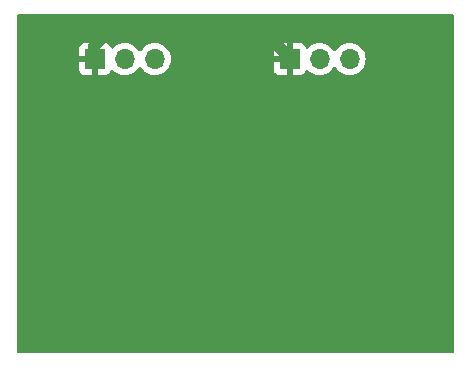
<source format=gbr>
%TF.GenerationSoftware,KiCad,Pcbnew,8.0.1*%
%TF.CreationDate,2024-07-13T23:12:29+02:00*%
%TF.ProjectId,SignalsPort,5369676e-616c-4735-906f-72742e6b6963,rev?*%
%TF.SameCoordinates,Original*%
%TF.FileFunction,Copper,L2,Bot*%
%TF.FilePolarity,Positive*%
%FSLAX46Y46*%
G04 Gerber Fmt 4.6, Leading zero omitted, Abs format (unit mm)*
G04 Created by KiCad (PCBNEW 8.0.1) date 2024-07-13 23:12:29*
%MOMM*%
%LPD*%
G01*
G04 APERTURE LIST*
%TA.AperFunction,ComponentPad*%
%ADD10R,1.700000X1.700000*%
%TD*%
%TA.AperFunction,ComponentPad*%
%ADD11O,1.700000X1.700000*%
%TD*%
%TA.AperFunction,Conductor*%
%ADD12C,1.000000*%
%TD*%
G04 APERTURE END LIST*
D10*
%TO.P,J2,1,Pin_1*%
%TO.N,GNDREF*%
X123175000Y-90575000D03*
D11*
%TO.P,J2,2,Pin_2*%
%TO.N,+6V*%
X125715000Y-90575000D03*
%TO.P,J2,3,Pin_3*%
%TO.N,Net-(J2-Pin_3)*%
X128255000Y-90575000D03*
%TD*%
D10*
%TO.P,J1,1,Pin_1*%
%TO.N,GNDREF*%
X139675000Y-90575000D03*
D11*
%TO.P,J1,2,Pin_2*%
%TO.N,+6V*%
X142215000Y-90575000D03*
%TO.P,J1,3,Pin_3*%
%TO.N,Net-(J1-Pin_3)*%
X144755000Y-90575000D03*
%TD*%
D12*
%TO.N,GNDREF*%
X123120000Y-90300000D02*
X123120000Y-89480000D01*
X123120000Y-89480000D02*
X124800000Y-87800000D01*
X139675000Y-90475000D02*
X139675000Y-90575000D01*
X124800000Y-87800000D02*
X137000000Y-87800000D01*
X137000000Y-87800000D02*
X139675000Y-90475000D01*
%TD*%
%TA.AperFunction,Conductor*%
%TO.N,GNDREF*%
G36*
X153542539Y-86820185D02*
G01*
X153588294Y-86872989D01*
X153599500Y-86924500D01*
X153599500Y-115375500D01*
X153579815Y-115442539D01*
X153527011Y-115488294D01*
X153475500Y-115499500D01*
X116724500Y-115499500D01*
X116657461Y-115479815D01*
X116611706Y-115427011D01*
X116600500Y-115375500D01*
X116600500Y-91472844D01*
X121825000Y-91472844D01*
X121831401Y-91532372D01*
X121831403Y-91532379D01*
X121881645Y-91667086D01*
X121881649Y-91667093D01*
X121967809Y-91782187D01*
X121967812Y-91782190D01*
X122082906Y-91868350D01*
X122082913Y-91868354D01*
X122217620Y-91918596D01*
X122217627Y-91918598D01*
X122277155Y-91924999D01*
X122277172Y-91925000D01*
X122925000Y-91925000D01*
X122925000Y-91008012D01*
X122982007Y-91040925D01*
X123109174Y-91075000D01*
X123240826Y-91075000D01*
X123367993Y-91040925D01*
X123425000Y-91008012D01*
X123425000Y-91925000D01*
X124072828Y-91925000D01*
X124072844Y-91924999D01*
X124132372Y-91918598D01*
X124132379Y-91918596D01*
X124267086Y-91868354D01*
X124267093Y-91868350D01*
X124382187Y-91782190D01*
X124382190Y-91782187D01*
X124468350Y-91667093D01*
X124468354Y-91667086D01*
X124517422Y-91535529D01*
X124559293Y-91479595D01*
X124624757Y-91455178D01*
X124693030Y-91470030D01*
X124721285Y-91491181D01*
X124843599Y-91613495D01*
X124920135Y-91667086D01*
X125037165Y-91749032D01*
X125037167Y-91749033D01*
X125037170Y-91749035D01*
X125251337Y-91848903D01*
X125479592Y-91910063D01*
X125650319Y-91925000D01*
X125714999Y-91930659D01*
X125715000Y-91930659D01*
X125715001Y-91930659D01*
X125779681Y-91925000D01*
X125950408Y-91910063D01*
X126178663Y-91848903D01*
X126392830Y-91749035D01*
X126586401Y-91613495D01*
X126753495Y-91446401D01*
X126883425Y-91260842D01*
X126938002Y-91217217D01*
X127007500Y-91210023D01*
X127069855Y-91241546D01*
X127086575Y-91260842D01*
X127216500Y-91446395D01*
X127216505Y-91446401D01*
X127383599Y-91613495D01*
X127460135Y-91667086D01*
X127577165Y-91749032D01*
X127577167Y-91749033D01*
X127577170Y-91749035D01*
X127791337Y-91848903D01*
X128019592Y-91910063D01*
X128190319Y-91925000D01*
X128254999Y-91930659D01*
X128255000Y-91930659D01*
X128255001Y-91930659D01*
X128319681Y-91925000D01*
X128490408Y-91910063D01*
X128718663Y-91848903D01*
X128932830Y-91749035D01*
X129126401Y-91613495D01*
X129267052Y-91472844D01*
X138325000Y-91472844D01*
X138331401Y-91532372D01*
X138331403Y-91532379D01*
X138381645Y-91667086D01*
X138381649Y-91667093D01*
X138467809Y-91782187D01*
X138467812Y-91782190D01*
X138582906Y-91868350D01*
X138582913Y-91868354D01*
X138717620Y-91918596D01*
X138717627Y-91918598D01*
X138777155Y-91924999D01*
X138777172Y-91925000D01*
X139425000Y-91925000D01*
X139425000Y-91008012D01*
X139482007Y-91040925D01*
X139609174Y-91075000D01*
X139740826Y-91075000D01*
X139867993Y-91040925D01*
X139925000Y-91008012D01*
X139925000Y-91925000D01*
X140572828Y-91925000D01*
X140572844Y-91924999D01*
X140632372Y-91918598D01*
X140632379Y-91918596D01*
X140767086Y-91868354D01*
X140767093Y-91868350D01*
X140882187Y-91782190D01*
X140882190Y-91782187D01*
X140968350Y-91667093D01*
X140968354Y-91667086D01*
X141017422Y-91535529D01*
X141059293Y-91479595D01*
X141124757Y-91455178D01*
X141193030Y-91470030D01*
X141221285Y-91491181D01*
X141343599Y-91613495D01*
X141420135Y-91667086D01*
X141537165Y-91749032D01*
X141537167Y-91749033D01*
X141537170Y-91749035D01*
X141751337Y-91848903D01*
X141979592Y-91910063D01*
X142150319Y-91925000D01*
X142214999Y-91930659D01*
X142215000Y-91930659D01*
X142215001Y-91930659D01*
X142279681Y-91925000D01*
X142450408Y-91910063D01*
X142678663Y-91848903D01*
X142892830Y-91749035D01*
X143086401Y-91613495D01*
X143253495Y-91446401D01*
X143383425Y-91260842D01*
X143438002Y-91217217D01*
X143507500Y-91210023D01*
X143569855Y-91241546D01*
X143586575Y-91260842D01*
X143716500Y-91446395D01*
X143716505Y-91446401D01*
X143883599Y-91613495D01*
X143960135Y-91667086D01*
X144077165Y-91749032D01*
X144077167Y-91749033D01*
X144077170Y-91749035D01*
X144291337Y-91848903D01*
X144519592Y-91910063D01*
X144690319Y-91925000D01*
X144754999Y-91930659D01*
X144755000Y-91930659D01*
X144755001Y-91930659D01*
X144819681Y-91925000D01*
X144990408Y-91910063D01*
X145218663Y-91848903D01*
X145432830Y-91749035D01*
X145626401Y-91613495D01*
X145793495Y-91446401D01*
X145929035Y-91252830D01*
X146028903Y-91038663D01*
X146090063Y-90810408D01*
X146110659Y-90575000D01*
X146090063Y-90339592D01*
X146028903Y-90111337D01*
X145929035Y-89897171D01*
X145923425Y-89889158D01*
X145793494Y-89703597D01*
X145626402Y-89536506D01*
X145626395Y-89536501D01*
X145432834Y-89400967D01*
X145432830Y-89400965D01*
X145361727Y-89367809D01*
X145218663Y-89301097D01*
X145218659Y-89301096D01*
X145218655Y-89301094D01*
X144990413Y-89239938D01*
X144990403Y-89239936D01*
X144755001Y-89219341D01*
X144754999Y-89219341D01*
X144519596Y-89239936D01*
X144519586Y-89239938D01*
X144291344Y-89301094D01*
X144291335Y-89301098D01*
X144077171Y-89400964D01*
X144077169Y-89400965D01*
X143883597Y-89536505D01*
X143716505Y-89703597D01*
X143586575Y-89889158D01*
X143531998Y-89932783D01*
X143462500Y-89939977D01*
X143400145Y-89908454D01*
X143383425Y-89889158D01*
X143253494Y-89703597D01*
X143086402Y-89536506D01*
X143086395Y-89536501D01*
X142892834Y-89400967D01*
X142892830Y-89400965D01*
X142821727Y-89367809D01*
X142678663Y-89301097D01*
X142678659Y-89301096D01*
X142678655Y-89301094D01*
X142450413Y-89239938D01*
X142450403Y-89239936D01*
X142215001Y-89219341D01*
X142214999Y-89219341D01*
X141979596Y-89239936D01*
X141979586Y-89239938D01*
X141751344Y-89301094D01*
X141751335Y-89301098D01*
X141537171Y-89400964D01*
X141537169Y-89400965D01*
X141343600Y-89536503D01*
X141221284Y-89658819D01*
X141159961Y-89692303D01*
X141090269Y-89687319D01*
X141034336Y-89645447D01*
X141017421Y-89614470D01*
X140968354Y-89482913D01*
X140968350Y-89482906D01*
X140882190Y-89367812D01*
X140882187Y-89367809D01*
X140767093Y-89281649D01*
X140767086Y-89281645D01*
X140632379Y-89231403D01*
X140632372Y-89231401D01*
X140572844Y-89225000D01*
X139925000Y-89225000D01*
X139925000Y-90141988D01*
X139867993Y-90109075D01*
X139740826Y-90075000D01*
X139609174Y-90075000D01*
X139482007Y-90109075D01*
X139425000Y-90141988D01*
X139425000Y-89225000D01*
X138777155Y-89225000D01*
X138717627Y-89231401D01*
X138717620Y-89231403D01*
X138582913Y-89281645D01*
X138582906Y-89281649D01*
X138467812Y-89367809D01*
X138467809Y-89367812D01*
X138381649Y-89482906D01*
X138381645Y-89482913D01*
X138331403Y-89617620D01*
X138331401Y-89617627D01*
X138325000Y-89677155D01*
X138325000Y-90325000D01*
X139241988Y-90325000D01*
X139209075Y-90382007D01*
X139175000Y-90509174D01*
X139175000Y-90640826D01*
X139209075Y-90767993D01*
X139241988Y-90825000D01*
X138325000Y-90825000D01*
X138325000Y-91472844D01*
X129267052Y-91472844D01*
X129293495Y-91446401D01*
X129429035Y-91252830D01*
X129528903Y-91038663D01*
X129590063Y-90810408D01*
X129610659Y-90575000D01*
X129590063Y-90339592D01*
X129528903Y-90111337D01*
X129429035Y-89897171D01*
X129423425Y-89889158D01*
X129293494Y-89703597D01*
X129126402Y-89536506D01*
X129126395Y-89536501D01*
X128932834Y-89400967D01*
X128932830Y-89400965D01*
X128861727Y-89367809D01*
X128718663Y-89301097D01*
X128718659Y-89301096D01*
X128718655Y-89301094D01*
X128490413Y-89239938D01*
X128490403Y-89239936D01*
X128255001Y-89219341D01*
X128254999Y-89219341D01*
X128019596Y-89239936D01*
X128019586Y-89239938D01*
X127791344Y-89301094D01*
X127791335Y-89301098D01*
X127577171Y-89400964D01*
X127577169Y-89400965D01*
X127383597Y-89536505D01*
X127216505Y-89703597D01*
X127086575Y-89889158D01*
X127031998Y-89932783D01*
X126962500Y-89939977D01*
X126900145Y-89908454D01*
X126883425Y-89889158D01*
X126753494Y-89703597D01*
X126586402Y-89536506D01*
X126586395Y-89536501D01*
X126392834Y-89400967D01*
X126392830Y-89400965D01*
X126321727Y-89367809D01*
X126178663Y-89301097D01*
X126178659Y-89301096D01*
X126178655Y-89301094D01*
X125950413Y-89239938D01*
X125950403Y-89239936D01*
X125715001Y-89219341D01*
X125714999Y-89219341D01*
X125479596Y-89239936D01*
X125479586Y-89239938D01*
X125251344Y-89301094D01*
X125251335Y-89301098D01*
X125037171Y-89400964D01*
X125037169Y-89400965D01*
X124843600Y-89536503D01*
X124721284Y-89658819D01*
X124659961Y-89692303D01*
X124590269Y-89687319D01*
X124534336Y-89645447D01*
X124517421Y-89614470D01*
X124468354Y-89482913D01*
X124468350Y-89482906D01*
X124382190Y-89367812D01*
X124382187Y-89367809D01*
X124267093Y-89281649D01*
X124267086Y-89281645D01*
X124132379Y-89231403D01*
X124132372Y-89231401D01*
X124072844Y-89225000D01*
X123425000Y-89225000D01*
X123425000Y-90141988D01*
X123367993Y-90109075D01*
X123240826Y-90075000D01*
X123109174Y-90075000D01*
X122982007Y-90109075D01*
X122925000Y-90141988D01*
X122925000Y-89225000D01*
X122277155Y-89225000D01*
X122217627Y-89231401D01*
X122217620Y-89231403D01*
X122082913Y-89281645D01*
X122082906Y-89281649D01*
X121967812Y-89367809D01*
X121967809Y-89367812D01*
X121881649Y-89482906D01*
X121881645Y-89482913D01*
X121831403Y-89617620D01*
X121831401Y-89617627D01*
X121825000Y-89677155D01*
X121825000Y-90325000D01*
X122741988Y-90325000D01*
X122709075Y-90382007D01*
X122675000Y-90509174D01*
X122675000Y-90640826D01*
X122709075Y-90767993D01*
X122741988Y-90825000D01*
X121825000Y-90825000D01*
X121825000Y-91472844D01*
X116600500Y-91472844D01*
X116600500Y-86924500D01*
X116620185Y-86857461D01*
X116672989Y-86811706D01*
X116724500Y-86800500D01*
X153475500Y-86800500D01*
X153542539Y-86820185D01*
G37*
%TD.AperFunction*%
%TD*%
M02*

</source>
